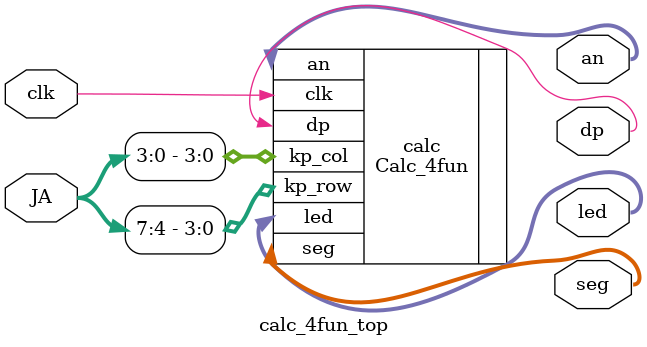
<source format=v>
`timescale 1ns / 1ps

/*********************************************************************************
 * This module is necessary to wrap the main Calc_4fun module so we can test it.
 * Without this wrapper issues arise with the inout [7:0] JA, which the simulator
 * does not know how to interpret.
 ********************************************************************************/
module calc_4fun_top(
      input clk,
      inout [7:0] JA,
      output [6:0] seg,
      output [3:0] an,
      output dp,
      output [15:0] led
   );
    
    Calc_4fun calc(.clk(clk), .kp_row(JA[7:4]), .kp_col(JA[3:0]), .seg(seg), .an(an), .dp(dp), .led(led));
    
endmodule

</source>
